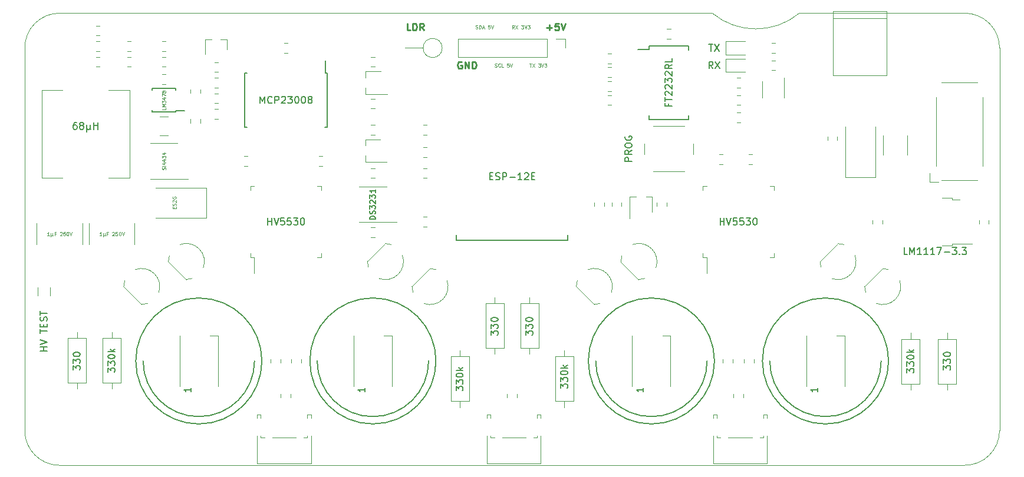
<source format=gto>
G04 #@! TF.GenerationSoftware,KiCad,Pcbnew,5.1.7+dfsg1-1*
G04 #@! TF.CreationDate,2021-01-19T22:48:43+01:00*
G04 #@! TF.ProjectId,Nixie_proj,4e697869-655f-4707-926f-6a2e6b696361,rev?*
G04 #@! TF.SameCoordinates,Original*
G04 #@! TF.FileFunction,Legend,Top*
G04 #@! TF.FilePolarity,Positive*
%FSLAX46Y46*%
G04 Gerber Fmt 4.6, Leading zero omitted, Abs format (unit mm)*
G04 Created by KiCad (PCBNEW 5.1.7+dfsg1-1) date 2021-01-19 22:48:43*
%MOMM*%
%LPD*%
G01*
G04 APERTURE LIST*
%ADD10C,0.125000*%
G04 #@! TA.AperFunction,Profile*
%ADD11C,0.100000*%
G04 #@! TD*
%ADD12C,0.250000*%
%ADD13C,0.120000*%
%ADD14C,0.127000*%
%ADD15C,0.152400*%
%ADD16C,0.150000*%
%ADD17C,0.200000*%
%ADD18C,0.100000*%
G04 APERTURE END LIST*
D10*
X107488095Y-57226190D02*
X107773809Y-57226190D01*
X107630952Y-57726190D02*
X107630952Y-57226190D01*
X107892857Y-57226190D02*
X108226190Y-57726190D01*
X108226190Y-57226190D02*
X107892857Y-57726190D01*
X108750000Y-57226190D02*
X109059523Y-57226190D01*
X108892857Y-57416666D01*
X108964285Y-57416666D01*
X109011904Y-57440476D01*
X109035714Y-57464285D01*
X109059523Y-57511904D01*
X109059523Y-57630952D01*
X109035714Y-57678571D01*
X109011904Y-57702380D01*
X108964285Y-57726190D01*
X108821428Y-57726190D01*
X108773809Y-57702380D01*
X108750000Y-57678571D01*
X109202380Y-57226190D02*
X109369047Y-57726190D01*
X109535714Y-57226190D01*
X109654761Y-57226190D02*
X109964285Y-57226190D01*
X109797619Y-57416666D01*
X109869047Y-57416666D01*
X109916666Y-57440476D01*
X109940476Y-57464285D01*
X109964285Y-57511904D01*
X109964285Y-57630952D01*
X109940476Y-57678571D01*
X109916666Y-57702380D01*
X109869047Y-57726190D01*
X109726190Y-57726190D01*
X109678571Y-57702380D01*
X109654761Y-57678571D01*
X105285714Y-52226190D02*
X105119047Y-51988095D01*
X105000000Y-52226190D02*
X105000000Y-51726190D01*
X105190476Y-51726190D01*
X105238095Y-51750000D01*
X105261904Y-51773809D01*
X105285714Y-51821428D01*
X105285714Y-51892857D01*
X105261904Y-51940476D01*
X105238095Y-51964285D01*
X105190476Y-51988095D01*
X105000000Y-51988095D01*
X105452380Y-51726190D02*
X105785714Y-52226190D01*
X105785714Y-51726190D02*
X105452380Y-52226190D01*
X106309523Y-51726190D02*
X106619047Y-51726190D01*
X106452380Y-51916666D01*
X106523809Y-51916666D01*
X106571428Y-51940476D01*
X106595238Y-51964285D01*
X106619047Y-52011904D01*
X106619047Y-52130952D01*
X106595238Y-52178571D01*
X106571428Y-52202380D01*
X106523809Y-52226190D01*
X106380952Y-52226190D01*
X106333333Y-52202380D01*
X106309523Y-52178571D01*
X106761904Y-51726190D02*
X106928571Y-52226190D01*
X107095238Y-51726190D01*
X107214285Y-51726190D02*
X107523809Y-51726190D01*
X107357142Y-51916666D01*
X107428571Y-51916666D01*
X107476190Y-51940476D01*
X107500000Y-51964285D01*
X107523809Y-52011904D01*
X107523809Y-52130952D01*
X107500000Y-52178571D01*
X107476190Y-52202380D01*
X107428571Y-52226190D01*
X107285714Y-52226190D01*
X107238095Y-52202380D01*
X107214285Y-52178571D01*
D11*
X146250000Y-50000000D02*
X170000000Y-50000000D01*
X146249999Y-49999999D02*
G75*
G02*
X133750001Y-49999999I-6249999J7499999D01*
G01*
D12*
X97738095Y-57000000D02*
X97642857Y-56952380D01*
X97500000Y-56952380D01*
X97357142Y-57000000D01*
X97261904Y-57095238D01*
X97214285Y-57190476D01*
X97166666Y-57380952D01*
X97166666Y-57523809D01*
X97214285Y-57714285D01*
X97261904Y-57809523D01*
X97357142Y-57904761D01*
X97500000Y-57952380D01*
X97595238Y-57952380D01*
X97738095Y-57904761D01*
X97785714Y-57857142D01*
X97785714Y-57523809D01*
X97595238Y-57523809D01*
X98214285Y-57952380D02*
X98214285Y-56952380D01*
X98785714Y-57952380D01*
X98785714Y-56952380D01*
X99261904Y-57952380D02*
X99261904Y-56952380D01*
X99500000Y-56952380D01*
X99642857Y-57000000D01*
X99738095Y-57095238D01*
X99785714Y-57190476D01*
X99833333Y-57380952D01*
X99833333Y-57523809D01*
X99785714Y-57714285D01*
X99738095Y-57809523D01*
X99642857Y-57904761D01*
X99500000Y-57952380D01*
X99261904Y-57952380D01*
X109964285Y-52071428D02*
X110726190Y-52071428D01*
X110345238Y-52452380D02*
X110345238Y-51690476D01*
X111678571Y-51452380D02*
X111202380Y-51452380D01*
X111154761Y-51928571D01*
X111202380Y-51880952D01*
X111297619Y-51833333D01*
X111535714Y-51833333D01*
X111630952Y-51880952D01*
X111678571Y-51928571D01*
X111726190Y-52023809D01*
X111726190Y-52261904D01*
X111678571Y-52357142D01*
X111630952Y-52404761D01*
X111535714Y-52452380D01*
X111297619Y-52452380D01*
X111202380Y-52404761D01*
X111154761Y-52357142D01*
X112011904Y-51452380D02*
X112345238Y-52452380D01*
X112678571Y-51452380D01*
D10*
X99750000Y-52202380D02*
X99821428Y-52226190D01*
X99940476Y-52226190D01*
X99988095Y-52202380D01*
X100011904Y-52178571D01*
X100035714Y-52130952D01*
X100035714Y-52083333D01*
X100011904Y-52035714D01*
X99988095Y-52011904D01*
X99940476Y-51988095D01*
X99845238Y-51964285D01*
X99797619Y-51940476D01*
X99773809Y-51916666D01*
X99750000Y-51869047D01*
X99750000Y-51821428D01*
X99773809Y-51773809D01*
X99797619Y-51750000D01*
X99845238Y-51726190D01*
X99964285Y-51726190D01*
X100035714Y-51750000D01*
X100250000Y-52226190D02*
X100250000Y-51726190D01*
X100369047Y-51726190D01*
X100440476Y-51750000D01*
X100488095Y-51797619D01*
X100511904Y-51845238D01*
X100535714Y-51940476D01*
X100535714Y-52011904D01*
X100511904Y-52107142D01*
X100488095Y-52154761D01*
X100440476Y-52202380D01*
X100369047Y-52226190D01*
X100250000Y-52226190D01*
X100726190Y-52083333D02*
X100964285Y-52083333D01*
X100678571Y-52226190D02*
X100845238Y-51726190D01*
X101011904Y-52226190D01*
X101797619Y-51726190D02*
X101559523Y-51726190D01*
X101535714Y-51964285D01*
X101559523Y-51940476D01*
X101607142Y-51916666D01*
X101726190Y-51916666D01*
X101773809Y-51940476D01*
X101797619Y-51964285D01*
X101821428Y-52011904D01*
X101821428Y-52130952D01*
X101797619Y-52178571D01*
X101773809Y-52202380D01*
X101726190Y-52226190D01*
X101607142Y-52226190D01*
X101559523Y-52202380D01*
X101535714Y-52178571D01*
X101964285Y-51726190D02*
X102130952Y-52226190D01*
X102297619Y-51726190D01*
X102511904Y-57702380D02*
X102583333Y-57726190D01*
X102702380Y-57726190D01*
X102750000Y-57702380D01*
X102773809Y-57678571D01*
X102797619Y-57630952D01*
X102797619Y-57583333D01*
X102773809Y-57535714D01*
X102750000Y-57511904D01*
X102702380Y-57488095D01*
X102607142Y-57464285D01*
X102559523Y-57440476D01*
X102535714Y-57416666D01*
X102511904Y-57369047D01*
X102511904Y-57321428D01*
X102535714Y-57273809D01*
X102559523Y-57250000D01*
X102607142Y-57226190D01*
X102726190Y-57226190D01*
X102797619Y-57250000D01*
X103297619Y-57678571D02*
X103273809Y-57702380D01*
X103202380Y-57726190D01*
X103154761Y-57726190D01*
X103083333Y-57702380D01*
X103035714Y-57654761D01*
X103011904Y-57607142D01*
X102988095Y-57511904D01*
X102988095Y-57440476D01*
X103011904Y-57345238D01*
X103035714Y-57297619D01*
X103083333Y-57250000D01*
X103154761Y-57226190D01*
X103202380Y-57226190D01*
X103273809Y-57250000D01*
X103297619Y-57273809D01*
X103750000Y-57726190D02*
X103511904Y-57726190D01*
X103511904Y-57226190D01*
X104535714Y-57226190D02*
X104297619Y-57226190D01*
X104273809Y-57464285D01*
X104297619Y-57440476D01*
X104345238Y-57416666D01*
X104464285Y-57416666D01*
X104511904Y-57440476D01*
X104535714Y-57464285D01*
X104559523Y-57511904D01*
X104559523Y-57630952D01*
X104535714Y-57678571D01*
X104511904Y-57702380D01*
X104464285Y-57726190D01*
X104345238Y-57726190D01*
X104297619Y-57702380D01*
X104273809Y-57678571D01*
X104702380Y-57226190D02*
X104869047Y-57726190D01*
X105035714Y-57226190D01*
D11*
X175000000Y-55000000D02*
G75*
G03*
X170000000Y-50000000I-5000000J0D01*
G01*
X170000000Y-115000000D02*
G75*
G03*
X175000000Y-110000000I0J5000000D01*
G01*
X35000000Y-110000000D02*
G75*
G03*
X40000000Y-115000000I5000000J0D01*
G01*
X40000000Y-50000000D02*
G75*
G03*
X35000000Y-55000000I0J-5000000D01*
G01*
X170000000Y-115000000D02*
X40000000Y-115000000D01*
X175000000Y-55000000D02*
X175000000Y-110000000D01*
X40000000Y-50000000D02*
X133750000Y-50000000D01*
X35000000Y-110000000D02*
X35000000Y-55000000D01*
D13*
X97260000Y-53670000D02*
X97260000Y-56330000D01*
X110020000Y-53670000D02*
X97260000Y-53670000D01*
X110020000Y-56330000D02*
X97260000Y-56330000D01*
X110020000Y-53670000D02*
X110020000Y-56330000D01*
X111290000Y-53670000D02*
X112620000Y-53670000D01*
X112620000Y-53670000D02*
X112620000Y-55000000D01*
X140950000Y-59800000D02*
X140950000Y-62200000D01*
X144050000Y-62200000D02*
X144050000Y-59250000D01*
X47050000Y-61100000D02*
X50050000Y-61100000D01*
X50050000Y-61100000D02*
X50050000Y-73700000D01*
X50050000Y-73700000D02*
X47050000Y-73700000D01*
X40450000Y-73700000D02*
X37450000Y-73700000D01*
X37450000Y-73700000D02*
X37450000Y-61100000D01*
X37450000Y-61100000D02*
X40450000Y-61100000D01*
X58790000Y-65761252D02*
X58790000Y-65238748D01*
X60210000Y-65761252D02*
X60210000Y-65238748D01*
X62761252Y-65210000D02*
X62238748Y-65210000D01*
X62761252Y-63790000D02*
X62238748Y-63790000D01*
X67965000Y-85110000D02*
X67965000Y-87425000D01*
X67390000Y-85110000D02*
X67965000Y-85110000D01*
X67390000Y-84535000D02*
X67390000Y-85110000D01*
X67390000Y-74890000D02*
X67965000Y-74890000D01*
X67390000Y-75465000D02*
X67390000Y-74890000D01*
X77610000Y-85110000D02*
X77035000Y-85110000D01*
X77610000Y-84535000D02*
X77610000Y-85110000D01*
X77610000Y-74890000D02*
X77035000Y-74890000D01*
X77610000Y-75465000D02*
X77610000Y-74890000D01*
X132965000Y-85110000D02*
X132965000Y-87425000D01*
X132390000Y-85110000D02*
X132965000Y-85110000D01*
X132390000Y-84535000D02*
X132390000Y-85110000D01*
X132390000Y-74890000D02*
X132965000Y-74890000D01*
X132390000Y-75465000D02*
X132390000Y-74890000D01*
X142610000Y-85110000D02*
X142035000Y-85110000D01*
X142610000Y-84535000D02*
X142610000Y-85110000D01*
X142610000Y-74890000D02*
X142035000Y-74890000D01*
X142610000Y-75465000D02*
X142610000Y-74890000D01*
X94950000Y-55000000D02*
G75*
G03*
X94950000Y-55000000I-1370000J0D01*
G01*
X92210000Y-55000000D02*
X89600000Y-55000000D01*
X86075000Y-68135384D02*
X83925000Y-68135384D01*
X87000000Y-71355384D02*
X83925000Y-71355384D01*
X83925000Y-71345384D02*
X83925000Y-70445384D01*
X83925000Y-69045384D02*
X83925000Y-68135384D01*
D14*
X69055300Y-100000000D02*
G75*
G03*
X69055300Y-100000000I-9055300J0D01*
G01*
X52000000Y-100000000D02*
G75*
G03*
X68000000Y-100000000I8000000J0D01*
G01*
D13*
X55623009Y-85739305D02*
X58168594Y-88284889D01*
X55766566Y-84854439D02*
G75*
G03*
X55623009Y-85739305I2437383J-849510D01*
G01*
X57314697Y-83260748D02*
G75*
G02*
X60042427Y-83865472I889252J-2443201D01*
G01*
X60647150Y-86593202D02*
G75*
G03*
X60042427Y-83865472I-2443201J889253D01*
G01*
X59053460Y-88141331D02*
G75*
G02*
X58168594Y-88284889I-849511J2437382D01*
G01*
X158790000Y-50750000D02*
X151090000Y-50750000D01*
X158790000Y-49750000D02*
X151090000Y-49750000D01*
X151090000Y-49750000D02*
X151090000Y-58950000D01*
X151090000Y-58950000D02*
X158790000Y-58950000D01*
X158790000Y-58950000D02*
X158790000Y-49750000D01*
X49215111Y-89331407D02*
X51760696Y-91876991D01*
X49358668Y-88446541D02*
G75*
G03*
X49215111Y-89331407I2437383J-849510D01*
G01*
X50906799Y-86852850D02*
G75*
G02*
X53634529Y-87457574I889252J-2443201D01*
G01*
X54239252Y-90185304D02*
G75*
G03*
X53634529Y-87457574I-2443201J889253D01*
G01*
X52645562Y-91733433D02*
G75*
G02*
X51760696Y-91876991I-849511J2437382D01*
G01*
X93168593Y-86715111D02*
X90623009Y-89260696D01*
X94053459Y-86858668D02*
G75*
G03*
X93168593Y-86715111I-849510J-2437383D01*
G01*
X95647150Y-88406799D02*
G75*
G02*
X95042426Y-91134529I-2443201J-889252D01*
G01*
X92314696Y-91739252D02*
G75*
G03*
X95042426Y-91134529I889253J2443201D01*
G01*
X90766567Y-90145562D02*
G75*
G02*
X90623009Y-89260696I2437382J849511D01*
G01*
X86760695Y-83123009D02*
X84215111Y-85668594D01*
X87645561Y-83266566D02*
G75*
G03*
X86760695Y-83123009I-849510J-2437383D01*
G01*
X89239252Y-84814697D02*
G75*
G02*
X88634528Y-87542427I-2443201J-889252D01*
G01*
X85906798Y-88147150D02*
G75*
G03*
X88634528Y-87542427I889253J2443201D01*
G01*
X84358669Y-86553460D02*
G75*
G02*
X84215111Y-85668594I2437382J849511D01*
G01*
X114215111Y-89331407D02*
X116760696Y-91876991D01*
X114358668Y-88446541D02*
G75*
G03*
X114215111Y-89331407I2437383J-849510D01*
G01*
X115906799Y-86852850D02*
G75*
G02*
X118634529Y-87457574I889252J-2443201D01*
G01*
X119239252Y-90185304D02*
G75*
G03*
X118634529Y-87457574I-2443201J889253D01*
G01*
X117645562Y-91733433D02*
G75*
G02*
X116760696Y-91876991I-849511J2437382D01*
G01*
X120623009Y-85739305D02*
X123168594Y-88284889D01*
X120766566Y-84854439D02*
G75*
G03*
X120623009Y-85739305I2437383J-849510D01*
G01*
X122314697Y-83260748D02*
G75*
G02*
X125042427Y-83865472I889252J-2443201D01*
G01*
X125647150Y-86593202D02*
G75*
G03*
X125042427Y-83865472I-2443201J889253D01*
G01*
X124053460Y-88141331D02*
G75*
G02*
X123168594Y-88284889I-849511J2437382D01*
G01*
X158168593Y-86715111D02*
X155623009Y-89260696D01*
X159053459Y-86858668D02*
G75*
G03*
X158168593Y-86715111I-849510J-2437383D01*
G01*
X160647150Y-88406799D02*
G75*
G02*
X160042426Y-91134529I-2443201J-889252D01*
G01*
X157314696Y-91739252D02*
G75*
G03*
X160042426Y-91134529I889253J2443201D01*
G01*
X155766567Y-90145562D02*
G75*
G02*
X155623009Y-89260696I2437382J849511D01*
G01*
X151760695Y-83123009D02*
X149215111Y-85668594D01*
X152645561Y-83266566D02*
G75*
G03*
X151760695Y-83123009I-849510J-2437383D01*
G01*
X154239252Y-84814697D02*
G75*
G02*
X153634528Y-87542427I-2443201J-889252D01*
G01*
X150906798Y-88147150D02*
G75*
G03*
X153634528Y-87542427I889253J2443201D01*
G01*
X149358669Y-86553460D02*
G75*
G02*
X149215111Y-85668594I2437382J849511D01*
G01*
X48810000Y-96710000D02*
X46190000Y-96710000D01*
X46190000Y-96710000D02*
X46190000Y-103130000D01*
X46190000Y-103130000D02*
X48810000Y-103130000D01*
X48810000Y-103130000D02*
X48810000Y-96710000D01*
X47500000Y-95820000D02*
X47500000Y-96710000D01*
X47500000Y-104020000D02*
X47500000Y-103130000D01*
X41190000Y-103130000D02*
X43810000Y-103130000D01*
X43810000Y-103130000D02*
X43810000Y-96710000D01*
X43810000Y-96710000D02*
X41190000Y-96710000D01*
X41190000Y-96710000D02*
X41190000Y-103130000D01*
X42500000Y-104020000D02*
X42500000Y-103130000D01*
X42500000Y-95820000D02*
X42500000Y-96710000D01*
X98810000Y-99370000D02*
X96190000Y-99370000D01*
X96190000Y-99370000D02*
X96190000Y-105790000D01*
X96190000Y-105790000D02*
X98810000Y-105790000D01*
X98810000Y-105790000D02*
X98810000Y-99370000D01*
X97500000Y-98480000D02*
X97500000Y-99370000D01*
X97500000Y-106680000D02*
X97500000Y-105790000D01*
X101190000Y-98130000D02*
X103810000Y-98130000D01*
X103810000Y-98130000D02*
X103810000Y-91710000D01*
X103810000Y-91710000D02*
X101190000Y-91710000D01*
X101190000Y-91710000D02*
X101190000Y-98130000D01*
X102500000Y-99020000D02*
X102500000Y-98130000D01*
X102500000Y-90820000D02*
X102500000Y-91710000D01*
X113810000Y-99370000D02*
X111190000Y-99370000D01*
X111190000Y-99370000D02*
X111190000Y-105790000D01*
X111190000Y-105790000D02*
X113810000Y-105790000D01*
X113810000Y-105790000D02*
X113810000Y-99370000D01*
X112500000Y-98480000D02*
X112500000Y-99370000D01*
X112500000Y-106680000D02*
X112500000Y-105790000D01*
X106190000Y-98130000D02*
X108810000Y-98130000D01*
X108810000Y-98130000D02*
X108810000Y-91710000D01*
X108810000Y-91710000D02*
X106190000Y-91710000D01*
X106190000Y-91710000D02*
X106190000Y-98130000D01*
X107500000Y-99020000D02*
X107500000Y-98130000D01*
X107500000Y-90820000D02*
X107500000Y-91710000D01*
X163560000Y-96870000D02*
X160940000Y-96870000D01*
X160940000Y-96870000D02*
X160940000Y-103290000D01*
X160940000Y-103290000D02*
X163560000Y-103290000D01*
X163560000Y-103290000D02*
X163560000Y-96870000D01*
X162250000Y-95980000D02*
X162250000Y-96870000D01*
X162250000Y-104180000D02*
X162250000Y-103290000D01*
X166190000Y-103290000D02*
X168810000Y-103290000D01*
X168810000Y-103290000D02*
X168810000Y-96870000D01*
X168810000Y-96870000D02*
X166190000Y-96870000D01*
X166190000Y-96870000D02*
X166190000Y-103290000D01*
X167500000Y-104180000D02*
X167500000Y-103290000D01*
X167500000Y-95980000D02*
X167500000Y-96870000D01*
D14*
X94055300Y-100000000D02*
G75*
G03*
X94055300Y-100000000I-9055300J0D01*
G01*
X77000000Y-100000000D02*
G75*
G03*
X93000000Y-100000000I8000000J0D01*
G01*
X134055300Y-100000000D02*
G75*
G03*
X134055300Y-100000000I-9055300J0D01*
G01*
X117000000Y-100000000D02*
G75*
G03*
X133000000Y-100000000I8000000J0D01*
G01*
X159055300Y-100000000D02*
G75*
G03*
X159055300Y-100000000I-9055300J0D01*
G01*
X142000000Y-100000000D02*
G75*
G03*
X158000000Y-100000000I8000000J0D01*
G01*
D15*
X96994000Y-81859000D02*
X96994000Y-82621000D01*
X96994000Y-82621000D02*
X112996000Y-82621000D01*
X112996000Y-82621000D02*
X112996000Y-81859000D01*
D13*
X138988748Y-71710000D02*
X139511252Y-71710000D01*
X138988748Y-70290000D02*
X139511252Y-70290000D01*
X151710000Y-68261252D02*
X151710000Y-67738748D01*
X150290000Y-68261252D02*
X150290000Y-67738748D01*
X45238748Y-57710000D02*
X45761252Y-57710000D01*
X45238748Y-56290000D02*
X45761252Y-56290000D01*
X173460000Y-79738748D02*
X173460000Y-80261252D01*
X172040000Y-79738748D02*
X172040000Y-80261252D01*
X156790000Y-79738748D02*
X156790000Y-80261252D01*
X158210000Y-79738748D02*
X158210000Y-80261252D01*
X70290000Y-100261252D02*
X70290000Y-99738748D01*
X71710000Y-100261252D02*
X71710000Y-99738748D01*
X74710000Y-100261252D02*
X74710000Y-99738748D01*
X73290000Y-100261252D02*
X73290000Y-99738748D01*
X135290000Y-100261252D02*
X135290000Y-99738748D01*
X136710000Y-100261252D02*
X136710000Y-99738748D01*
X92761252Y-79290000D02*
X92238748Y-79290000D01*
X92761252Y-80710000D02*
X92238748Y-80710000D01*
X137238748Y-65710000D02*
X137761252Y-65710000D01*
X137238748Y-64290000D02*
X137761252Y-64290000D01*
X138290000Y-100261252D02*
X138290000Y-99738748D01*
X139710000Y-100261252D02*
X139710000Y-99738748D01*
X127761252Y-53710000D02*
X127238748Y-53710000D01*
X127761252Y-52290000D02*
X127238748Y-52290000D01*
X77238748Y-70540000D02*
X77761252Y-70540000D01*
X77238748Y-71960000D02*
X77761252Y-71960000D01*
X84738748Y-82210000D02*
X85261252Y-82210000D01*
X84738748Y-80790000D02*
X85261252Y-80790000D01*
X67011252Y-71960000D02*
X66488748Y-71960000D01*
X67011252Y-70540000D02*
X66488748Y-70540000D01*
X57250000Y-103650000D02*
X57250000Y-96350000D01*
X62750000Y-103650000D02*
X62750000Y-96350000D01*
X62750000Y-96350000D02*
X61600000Y-96350000D01*
X87750000Y-96350000D02*
X86600000Y-96350000D01*
X87750000Y-103650000D02*
X87750000Y-96350000D01*
X82250000Y-103650000D02*
X82250000Y-96350000D01*
X122250000Y-103650000D02*
X122250000Y-96350000D01*
X127750000Y-103650000D02*
X127750000Y-96350000D01*
X127750000Y-96350000D02*
X126600000Y-96350000D01*
X152750000Y-96350000D02*
X151600000Y-96350000D01*
X152750000Y-103650000D02*
X152750000Y-96350000D01*
X147250000Y-103650000D02*
X147250000Y-96350000D01*
X124200000Y-76425000D02*
X125110000Y-76425000D01*
X121900000Y-76425000D02*
X122800000Y-76425000D01*
X121890000Y-79500000D02*
X121890000Y-76425000D01*
X125110000Y-78575000D02*
X125110000Y-76425000D01*
X83971574Y-59300000D02*
X83971574Y-58390000D01*
X83971574Y-61600000D02*
X83971574Y-60700000D01*
X87046574Y-61610000D02*
X83971574Y-61610000D01*
X86121574Y-58390000D02*
X83971574Y-58390000D01*
X49738748Y-54040000D02*
X50261252Y-54040000D01*
X49738748Y-55460000D02*
X50261252Y-55460000D01*
X50261252Y-56290000D02*
X49738748Y-56290000D01*
X50261252Y-57710000D02*
X49738748Y-57710000D01*
X136790000Y-105261252D02*
X136790000Y-104738748D01*
X138210000Y-105261252D02*
X138210000Y-104738748D01*
X105710000Y-105261252D02*
X105710000Y-104738748D01*
X104290000Y-105261252D02*
X104290000Y-104738748D01*
X71790000Y-105261252D02*
X71790000Y-104738748D01*
X73210000Y-105261252D02*
X73210000Y-104738748D01*
X137238748Y-61790000D02*
X137761252Y-61790000D01*
X137238748Y-63210000D02*
X137761252Y-63210000D01*
X137238748Y-60710000D02*
X137761252Y-60710000D01*
X137238748Y-59290000D02*
X137761252Y-59290000D01*
X118738748Y-57210000D02*
X119261252Y-57210000D01*
X118738748Y-55790000D02*
X119261252Y-55790000D01*
X118738748Y-61790000D02*
X119261252Y-61790000D01*
X118738748Y-63210000D02*
X119261252Y-63210000D01*
X142761252Y-54290000D02*
X142238748Y-54290000D01*
X142761252Y-55710000D02*
X142238748Y-55710000D01*
X142761252Y-58210000D02*
X142238748Y-58210000D01*
X142761252Y-56790000D02*
X142238748Y-56790000D01*
X119290000Y-77761252D02*
X119290000Y-77238748D01*
X120710000Y-77761252D02*
X120710000Y-77238748D01*
X125790000Y-77238748D02*
X125790000Y-77761252D01*
X127210000Y-77238748D02*
X127210000Y-77761252D01*
X84738748Y-66040000D02*
X85261252Y-66040000D01*
X84738748Y-67460000D02*
X85261252Y-67460000D01*
X84738748Y-57710000D02*
X85261252Y-57710000D01*
X84738748Y-56290000D02*
X85261252Y-56290000D01*
X92238748Y-69290000D02*
X92761252Y-69290000D01*
X92238748Y-70710000D02*
X92761252Y-70710000D01*
X85261252Y-63710000D02*
X84738748Y-63710000D01*
X85261252Y-62290000D02*
X84738748Y-62290000D01*
X85261252Y-72290000D02*
X84738748Y-72290000D01*
X85261252Y-73710000D02*
X84738748Y-73710000D01*
X92238748Y-72290000D02*
X92761252Y-72290000D01*
X92238748Y-73710000D02*
X92761252Y-73710000D01*
X92238748Y-67460000D02*
X92761252Y-67460000D01*
X92238748Y-66040000D02*
X92761252Y-66040000D01*
X118210000Y-77761252D02*
X118210000Y-77238748D01*
X116790000Y-77761252D02*
X116790000Y-77238748D01*
X72761252Y-54290000D02*
X72238748Y-54290000D01*
X72761252Y-55710000D02*
X72238748Y-55710000D01*
X55602064Y-67610000D02*
X54397936Y-67610000D01*
X55602064Y-64890000D02*
X54397936Y-64890000D01*
X45238748Y-54040000D02*
X45761252Y-54040000D01*
X45238748Y-55460000D02*
X45761252Y-55460000D01*
X152850000Y-73600000D02*
X157150000Y-73600000D01*
X157150000Y-73600000D02*
X157150000Y-66300000D01*
X152850000Y-73600000D02*
X152850000Y-66300000D01*
X158290000Y-70386252D02*
X158290000Y-67613748D01*
X161710000Y-70386252D02*
X161710000Y-67613748D01*
X45238748Y-53210000D02*
X45761252Y-53210000D01*
X45238748Y-51790000D02*
X45761252Y-51790000D01*
X55000000Y-68690000D02*
X53050000Y-68690000D01*
X55000000Y-68690000D02*
X56950000Y-68690000D01*
X55000000Y-73810000D02*
X53050000Y-73810000D01*
X55000000Y-73810000D02*
X58450000Y-73810000D01*
X85000000Y-74940000D02*
X83050000Y-74940000D01*
X85000000Y-74940000D02*
X86950000Y-74940000D01*
X85000000Y-80060000D02*
X83050000Y-80060000D01*
X85000000Y-80060000D02*
X88450000Y-80060000D01*
X62238748Y-61540000D02*
X62761252Y-61540000D01*
X62238748Y-62960000D02*
X62761252Y-62960000D01*
X61100000Y-79400000D02*
X61100000Y-75100000D01*
X61100000Y-75100000D02*
X53800000Y-75100000D01*
X61100000Y-79400000D02*
X53800000Y-79400000D01*
X138500000Y-54040000D02*
X135640000Y-54040000D01*
X135640000Y-54040000D02*
X135640000Y-55960000D01*
X135640000Y-55960000D02*
X138500000Y-55960000D01*
X135640000Y-58460000D02*
X138500000Y-58460000D01*
X135640000Y-56540000D02*
X135640000Y-58460000D01*
X138500000Y-56540000D02*
X135640000Y-56540000D01*
X135261252Y-71710000D02*
X134738748Y-71710000D01*
X135261252Y-70290000D02*
X134738748Y-70290000D01*
X129750000Y-66250000D02*
X125250000Y-66250000D01*
X131000000Y-70250000D02*
X131000000Y-68750000D01*
X125250000Y-72750000D02*
X129750000Y-72750000D01*
X124000000Y-68750000D02*
X124000000Y-70250000D01*
X141090000Y-111030000D02*
X141090000Y-110800000D01*
X141610000Y-114700000D02*
X133890000Y-114700000D01*
X133890000Y-114700000D02*
X133890000Y-110800000D01*
X141610000Y-107690000D02*
X141090000Y-107690000D01*
X141610000Y-114700000D02*
X141610000Y-110800000D01*
X134410000Y-111030000D02*
X134410000Y-110800000D01*
X141090000Y-108200000D02*
X141090000Y-107690000D01*
X141610000Y-108200000D02*
X141610000Y-107690000D01*
X134950000Y-111030000D02*
X134410000Y-111030000D01*
X134410000Y-108200000D02*
X134410000Y-107690000D01*
X134410000Y-107690000D02*
X133890000Y-107690000D01*
X133890000Y-108200000D02*
X133890000Y-107690000D01*
X141090000Y-111030000D02*
X140550000Y-111030000D01*
X139450000Y-111030000D02*
X136050000Y-111030000D01*
X106950000Y-111030000D02*
X103550000Y-111030000D01*
X108590000Y-111030000D02*
X108050000Y-111030000D01*
X101390000Y-108200000D02*
X101390000Y-107690000D01*
X101910000Y-107690000D02*
X101390000Y-107690000D01*
X101910000Y-108200000D02*
X101910000Y-107690000D01*
X102450000Y-111030000D02*
X101910000Y-111030000D01*
X109110000Y-108200000D02*
X109110000Y-107690000D01*
X108590000Y-108200000D02*
X108590000Y-107690000D01*
X101910000Y-111030000D02*
X101910000Y-110800000D01*
X109110000Y-114700000D02*
X109110000Y-110800000D01*
X109110000Y-107690000D02*
X108590000Y-107690000D01*
X101390000Y-114700000D02*
X101390000Y-110800000D01*
X109110000Y-114700000D02*
X101390000Y-114700000D01*
X108590000Y-111030000D02*
X108590000Y-110800000D01*
X75590000Y-111030000D02*
X75590000Y-110800000D01*
X76110000Y-114700000D02*
X68390000Y-114700000D01*
X68390000Y-114700000D02*
X68390000Y-110800000D01*
X76110000Y-107690000D02*
X75590000Y-107690000D01*
X76110000Y-114700000D02*
X76110000Y-110800000D01*
X68910000Y-111030000D02*
X68910000Y-110800000D01*
X75590000Y-108200000D02*
X75590000Y-107690000D01*
X76110000Y-108200000D02*
X76110000Y-107690000D01*
X69450000Y-111030000D02*
X68910000Y-111030000D01*
X68910000Y-108200000D02*
X68910000Y-107690000D01*
X68910000Y-107690000D02*
X68390000Y-107690000D01*
X68390000Y-108200000D02*
X68390000Y-107690000D01*
X75590000Y-111030000D02*
X75050000Y-111030000D01*
X73950000Y-111030000D02*
X70550000Y-111030000D01*
X36840000Y-90602064D02*
X36840000Y-89397936D01*
X38660000Y-90602064D02*
X38660000Y-89397936D01*
D16*
X124625000Y-54675000D02*
X124625000Y-55250000D01*
X130375000Y-54675000D02*
X130375000Y-55325000D01*
X130375000Y-65325000D02*
X130375000Y-64675000D01*
X124625000Y-65325000D02*
X124625000Y-64675000D01*
X124625000Y-54675000D02*
X130375000Y-54675000D01*
X124625000Y-65325000D02*
X130375000Y-65325000D01*
X124625000Y-55250000D02*
X123025000Y-55250000D01*
D13*
X119261252Y-61210000D02*
X118738748Y-61210000D01*
X119261252Y-59790000D02*
X118738748Y-59790000D01*
X119261252Y-57790000D02*
X118738748Y-57790000D01*
X119261252Y-59210000D02*
X118738748Y-59210000D01*
X166720000Y-83450000D02*
X168220000Y-83450000D01*
X168220000Y-83450000D02*
X168220000Y-83180000D01*
X168220000Y-83180000D02*
X171050000Y-83180000D01*
X166720000Y-76550000D02*
X168220000Y-76550000D01*
X168220000Y-76550000D02*
X168220000Y-76820000D01*
X168220000Y-76820000D02*
X169320000Y-76820000D01*
X58790000Y-61511252D02*
X58790000Y-60988748D01*
X60210000Y-61511252D02*
X60210000Y-60988748D01*
X64080000Y-53740000D02*
X63150000Y-53740000D01*
X60920000Y-53740000D02*
X61850000Y-53740000D01*
X60920000Y-53740000D02*
X60920000Y-55900000D01*
X64080000Y-53740000D02*
X64080000Y-55200000D01*
X62761252Y-59290000D02*
X62238748Y-59290000D01*
X62761252Y-60710000D02*
X62238748Y-60710000D01*
X62761252Y-57040000D02*
X62238748Y-57040000D01*
X62761252Y-58460000D02*
X62238748Y-58460000D01*
X55261252Y-55460000D02*
X54738748Y-55460000D01*
X55261252Y-54040000D02*
X54738748Y-54040000D01*
X54738748Y-56290000D02*
X55261252Y-56290000D01*
X54738748Y-57710000D02*
X55261252Y-57710000D01*
X164950000Y-74300000D02*
X164950000Y-73000000D01*
X166250000Y-74300000D02*
X164950000Y-74300000D01*
X172600000Y-62050000D02*
X172600000Y-71950000D01*
X165900000Y-71950000D02*
X165900000Y-62050000D01*
X171850000Y-74000000D02*
X166650000Y-74000000D01*
X166650000Y-60000000D02*
X171850000Y-60000000D01*
X36715000Y-80227631D02*
X36715000Y-83272369D01*
X43285000Y-80227631D02*
X43285000Y-83272369D01*
X50785000Y-80227631D02*
X50785000Y-83272369D01*
X44215000Y-80227631D02*
X44215000Y-83272369D01*
X55261252Y-60210000D02*
X54738748Y-60210000D01*
X55261252Y-58790000D02*
X54738748Y-58790000D01*
D16*
X78450000Y-58625000D02*
X78200000Y-58625000D01*
X78450000Y-66375000D02*
X78105000Y-66375000D01*
X66550000Y-66375000D02*
X66895000Y-66375000D01*
X66550000Y-58625000D02*
X66895000Y-58625000D01*
X78450000Y-58625000D02*
X78450000Y-66375000D01*
X66550000Y-58625000D02*
X66550000Y-66375000D01*
X78200000Y-58625000D02*
X78200000Y-56800000D01*
X56675000Y-64175000D02*
X56675000Y-64000000D01*
X53325000Y-64175000D02*
X53325000Y-63925000D01*
X53325000Y-60825000D02*
X53325000Y-61075000D01*
X56675000Y-60825000D02*
X56675000Y-61075000D01*
X56675000Y-64175000D02*
X53325000Y-64175000D01*
X56675000Y-60825000D02*
X53325000Y-60825000D01*
X56675000Y-64000000D02*
X57925000Y-64000000D01*
D17*
X42416666Y-65702380D02*
X42226190Y-65702380D01*
X42130952Y-65750000D01*
X42083333Y-65797619D01*
X41988095Y-65940476D01*
X41940476Y-66130952D01*
X41940476Y-66511904D01*
X41988095Y-66607142D01*
X42035714Y-66654761D01*
X42130952Y-66702380D01*
X42321428Y-66702380D01*
X42416666Y-66654761D01*
X42464285Y-66607142D01*
X42511904Y-66511904D01*
X42511904Y-66273809D01*
X42464285Y-66178571D01*
X42416666Y-66130952D01*
X42321428Y-66083333D01*
X42130952Y-66083333D01*
X42035714Y-66130952D01*
X41988095Y-66178571D01*
X41940476Y-66273809D01*
X43083333Y-66130952D02*
X42988095Y-66083333D01*
X42940476Y-66035714D01*
X42892857Y-65940476D01*
X42892857Y-65892857D01*
X42940476Y-65797619D01*
X42988095Y-65750000D01*
X43083333Y-65702380D01*
X43273809Y-65702380D01*
X43369047Y-65750000D01*
X43416666Y-65797619D01*
X43464285Y-65892857D01*
X43464285Y-65940476D01*
X43416666Y-66035714D01*
X43369047Y-66083333D01*
X43273809Y-66130952D01*
X43083333Y-66130952D01*
X42988095Y-66178571D01*
X42940476Y-66226190D01*
X42892857Y-66321428D01*
X42892857Y-66511904D01*
X42940476Y-66607142D01*
X42988095Y-66654761D01*
X43083333Y-66702380D01*
X43273809Y-66702380D01*
X43369047Y-66654761D01*
X43416666Y-66607142D01*
X43464285Y-66511904D01*
X43464285Y-66321428D01*
X43416666Y-66226190D01*
X43369047Y-66178571D01*
X43273809Y-66130952D01*
X43892857Y-66035714D02*
X43892857Y-67035714D01*
X44369047Y-66559523D02*
X44416666Y-66654761D01*
X44511904Y-66702380D01*
X43892857Y-66559523D02*
X43940476Y-66654761D01*
X44035714Y-66702380D01*
X44226190Y-66702380D01*
X44321428Y-66654761D01*
X44369047Y-66559523D01*
X44369047Y-66035714D01*
X44940476Y-66702380D02*
X44940476Y-65702380D01*
X44940476Y-66178571D02*
X45511904Y-66178571D01*
X45511904Y-66702380D02*
X45511904Y-65702380D01*
X69880952Y-80452380D02*
X69880952Y-79452380D01*
X69880952Y-79928571D02*
X70452380Y-79928571D01*
X70452380Y-80452380D02*
X70452380Y-79452380D01*
X70785714Y-79452380D02*
X71119047Y-80452380D01*
X71452380Y-79452380D01*
X72261904Y-79452380D02*
X71785714Y-79452380D01*
X71738095Y-79928571D01*
X71785714Y-79880952D01*
X71880952Y-79833333D01*
X72119047Y-79833333D01*
X72214285Y-79880952D01*
X72261904Y-79928571D01*
X72309523Y-80023809D01*
X72309523Y-80261904D01*
X72261904Y-80357142D01*
X72214285Y-80404761D01*
X72119047Y-80452380D01*
X71880952Y-80452380D01*
X71785714Y-80404761D01*
X71738095Y-80357142D01*
X73214285Y-79452380D02*
X72738095Y-79452380D01*
X72690476Y-79928571D01*
X72738095Y-79880952D01*
X72833333Y-79833333D01*
X73071428Y-79833333D01*
X73166666Y-79880952D01*
X73214285Y-79928571D01*
X73261904Y-80023809D01*
X73261904Y-80261904D01*
X73214285Y-80357142D01*
X73166666Y-80404761D01*
X73071428Y-80452380D01*
X72833333Y-80452380D01*
X72738095Y-80404761D01*
X72690476Y-80357142D01*
X73595238Y-79452380D02*
X74214285Y-79452380D01*
X73880952Y-79833333D01*
X74023809Y-79833333D01*
X74119047Y-79880952D01*
X74166666Y-79928571D01*
X74214285Y-80023809D01*
X74214285Y-80261904D01*
X74166666Y-80357142D01*
X74119047Y-80404761D01*
X74023809Y-80452380D01*
X73738095Y-80452380D01*
X73642857Y-80404761D01*
X73595238Y-80357142D01*
X74833333Y-79452380D02*
X74928571Y-79452380D01*
X75023809Y-79500000D01*
X75071428Y-79547619D01*
X75119047Y-79642857D01*
X75166666Y-79833333D01*
X75166666Y-80071428D01*
X75119047Y-80261904D01*
X75071428Y-80357142D01*
X75023809Y-80404761D01*
X74928571Y-80452380D01*
X74833333Y-80452380D01*
X74738095Y-80404761D01*
X74690476Y-80357142D01*
X74642857Y-80261904D01*
X74595238Y-80071428D01*
X74595238Y-79833333D01*
X74642857Y-79642857D01*
X74690476Y-79547619D01*
X74738095Y-79500000D01*
X74833333Y-79452380D01*
X134880952Y-80452380D02*
X134880952Y-79452380D01*
X134880952Y-79928571D02*
X135452380Y-79928571D01*
X135452380Y-80452380D02*
X135452380Y-79452380D01*
X135785714Y-79452380D02*
X136119047Y-80452380D01*
X136452380Y-79452380D01*
X137261904Y-79452380D02*
X136785714Y-79452380D01*
X136738095Y-79928571D01*
X136785714Y-79880952D01*
X136880952Y-79833333D01*
X137119047Y-79833333D01*
X137214285Y-79880952D01*
X137261904Y-79928571D01*
X137309523Y-80023809D01*
X137309523Y-80261904D01*
X137261904Y-80357142D01*
X137214285Y-80404761D01*
X137119047Y-80452380D01*
X136880952Y-80452380D01*
X136785714Y-80404761D01*
X136738095Y-80357142D01*
X138214285Y-79452380D02*
X137738095Y-79452380D01*
X137690476Y-79928571D01*
X137738095Y-79880952D01*
X137833333Y-79833333D01*
X138071428Y-79833333D01*
X138166666Y-79880952D01*
X138214285Y-79928571D01*
X138261904Y-80023809D01*
X138261904Y-80261904D01*
X138214285Y-80357142D01*
X138166666Y-80404761D01*
X138071428Y-80452380D01*
X137833333Y-80452380D01*
X137738095Y-80404761D01*
X137690476Y-80357142D01*
X138595238Y-79452380D02*
X139214285Y-79452380D01*
X138880952Y-79833333D01*
X139023809Y-79833333D01*
X139119047Y-79880952D01*
X139166666Y-79928571D01*
X139214285Y-80023809D01*
X139214285Y-80261904D01*
X139166666Y-80357142D01*
X139119047Y-80404761D01*
X139023809Y-80452380D01*
X138738095Y-80452380D01*
X138642857Y-80404761D01*
X138595238Y-80357142D01*
X139833333Y-79452380D02*
X139928571Y-79452380D01*
X140023809Y-79500000D01*
X140071428Y-79547619D01*
X140119047Y-79642857D01*
X140166666Y-79833333D01*
X140166666Y-80071428D01*
X140119047Y-80261904D01*
X140071428Y-80357142D01*
X140023809Y-80404761D01*
X139928571Y-80452380D01*
X139833333Y-80452380D01*
X139738095Y-80404761D01*
X139690476Y-80357142D01*
X139642857Y-80261904D01*
X139595238Y-80071428D01*
X139595238Y-79833333D01*
X139642857Y-79642857D01*
X139690476Y-79547619D01*
X139738095Y-79500000D01*
X139833333Y-79452380D01*
D12*
X90389523Y-52452380D02*
X89913333Y-52452380D01*
X89913333Y-51452380D01*
X90722857Y-52452380D02*
X90722857Y-51452380D01*
X90960952Y-51452380D01*
X91103809Y-51500000D01*
X91199047Y-51595238D01*
X91246666Y-51690476D01*
X91294285Y-51880952D01*
X91294285Y-52023809D01*
X91246666Y-52214285D01*
X91199047Y-52309523D01*
X91103809Y-52404761D01*
X90960952Y-52452380D01*
X90722857Y-52452380D01*
X92294285Y-52452380D02*
X91960952Y-51976190D01*
X91722857Y-52452380D02*
X91722857Y-51452380D01*
X92103809Y-51452380D01*
X92199047Y-51500000D01*
X92246666Y-51547619D01*
X92294285Y-51642857D01*
X92294285Y-51785714D01*
X92246666Y-51880952D01*
X92199047Y-51928571D01*
X92103809Y-51976190D01*
X91722857Y-51976190D01*
D17*
X46952380Y-101610476D02*
X46952380Y-100991428D01*
X47333333Y-101324761D01*
X47333333Y-101181904D01*
X47380952Y-101086666D01*
X47428571Y-101039047D01*
X47523809Y-100991428D01*
X47761904Y-100991428D01*
X47857142Y-101039047D01*
X47904761Y-101086666D01*
X47952380Y-101181904D01*
X47952380Y-101467619D01*
X47904761Y-101562857D01*
X47857142Y-101610476D01*
X46952380Y-100658095D02*
X46952380Y-100039047D01*
X47333333Y-100372380D01*
X47333333Y-100229523D01*
X47380952Y-100134285D01*
X47428571Y-100086666D01*
X47523809Y-100039047D01*
X47761904Y-100039047D01*
X47857142Y-100086666D01*
X47904761Y-100134285D01*
X47952380Y-100229523D01*
X47952380Y-100515238D01*
X47904761Y-100610476D01*
X47857142Y-100658095D01*
X46952380Y-99420000D02*
X46952380Y-99324761D01*
X47000000Y-99229523D01*
X47047619Y-99181904D01*
X47142857Y-99134285D01*
X47333333Y-99086666D01*
X47571428Y-99086666D01*
X47761904Y-99134285D01*
X47857142Y-99181904D01*
X47904761Y-99229523D01*
X47952380Y-99324761D01*
X47952380Y-99420000D01*
X47904761Y-99515238D01*
X47857142Y-99562857D01*
X47761904Y-99610476D01*
X47571428Y-99658095D01*
X47333333Y-99658095D01*
X47142857Y-99610476D01*
X47047619Y-99562857D01*
X47000000Y-99515238D01*
X46952380Y-99420000D01*
X47952380Y-98658095D02*
X46952380Y-98658095D01*
X47571428Y-98562857D02*
X47952380Y-98277142D01*
X47285714Y-98277142D02*
X47666666Y-98658095D01*
X41952380Y-101285714D02*
X41952380Y-100666666D01*
X42333333Y-101000000D01*
X42333333Y-100857142D01*
X42380952Y-100761904D01*
X42428571Y-100714285D01*
X42523809Y-100666666D01*
X42761904Y-100666666D01*
X42857142Y-100714285D01*
X42904761Y-100761904D01*
X42952380Y-100857142D01*
X42952380Y-101142857D01*
X42904761Y-101238095D01*
X42857142Y-101285714D01*
X41952380Y-100333333D02*
X41952380Y-99714285D01*
X42333333Y-100047619D01*
X42333333Y-99904761D01*
X42380952Y-99809523D01*
X42428571Y-99761904D01*
X42523809Y-99714285D01*
X42761904Y-99714285D01*
X42857142Y-99761904D01*
X42904761Y-99809523D01*
X42952380Y-99904761D01*
X42952380Y-100190476D01*
X42904761Y-100285714D01*
X42857142Y-100333333D01*
X41952380Y-99095238D02*
X41952380Y-99000000D01*
X42000000Y-98904761D01*
X42047619Y-98857142D01*
X42142857Y-98809523D01*
X42333333Y-98761904D01*
X42571428Y-98761904D01*
X42761904Y-98809523D01*
X42857142Y-98857142D01*
X42904761Y-98904761D01*
X42952380Y-99000000D01*
X42952380Y-99095238D01*
X42904761Y-99190476D01*
X42857142Y-99238095D01*
X42761904Y-99285714D01*
X42571428Y-99333333D01*
X42333333Y-99333333D01*
X42142857Y-99285714D01*
X42047619Y-99238095D01*
X42000000Y-99190476D01*
X41952380Y-99095238D01*
X96952380Y-104270476D02*
X96952380Y-103651428D01*
X97333333Y-103984761D01*
X97333333Y-103841904D01*
X97380952Y-103746666D01*
X97428571Y-103699047D01*
X97523809Y-103651428D01*
X97761904Y-103651428D01*
X97857142Y-103699047D01*
X97904761Y-103746666D01*
X97952380Y-103841904D01*
X97952380Y-104127619D01*
X97904761Y-104222857D01*
X97857142Y-104270476D01*
X96952380Y-103318095D02*
X96952380Y-102699047D01*
X97333333Y-103032380D01*
X97333333Y-102889523D01*
X97380952Y-102794285D01*
X97428571Y-102746666D01*
X97523809Y-102699047D01*
X97761904Y-102699047D01*
X97857142Y-102746666D01*
X97904761Y-102794285D01*
X97952380Y-102889523D01*
X97952380Y-103175238D01*
X97904761Y-103270476D01*
X97857142Y-103318095D01*
X96952380Y-102080000D02*
X96952380Y-101984761D01*
X97000000Y-101889523D01*
X97047619Y-101841904D01*
X97142857Y-101794285D01*
X97333333Y-101746666D01*
X97571428Y-101746666D01*
X97761904Y-101794285D01*
X97857142Y-101841904D01*
X97904761Y-101889523D01*
X97952380Y-101984761D01*
X97952380Y-102080000D01*
X97904761Y-102175238D01*
X97857142Y-102222857D01*
X97761904Y-102270476D01*
X97571428Y-102318095D01*
X97333333Y-102318095D01*
X97142857Y-102270476D01*
X97047619Y-102222857D01*
X97000000Y-102175238D01*
X96952380Y-102080000D01*
X97952380Y-101318095D02*
X96952380Y-101318095D01*
X97571428Y-101222857D02*
X97952380Y-100937142D01*
X97285714Y-100937142D02*
X97666666Y-101318095D01*
X101952380Y-96285714D02*
X101952380Y-95666666D01*
X102333333Y-96000000D01*
X102333333Y-95857142D01*
X102380952Y-95761904D01*
X102428571Y-95714285D01*
X102523809Y-95666666D01*
X102761904Y-95666666D01*
X102857142Y-95714285D01*
X102904761Y-95761904D01*
X102952380Y-95857142D01*
X102952380Y-96142857D01*
X102904761Y-96238095D01*
X102857142Y-96285714D01*
X101952380Y-95333333D02*
X101952380Y-94714285D01*
X102333333Y-95047619D01*
X102333333Y-94904761D01*
X102380952Y-94809523D01*
X102428571Y-94761904D01*
X102523809Y-94714285D01*
X102761904Y-94714285D01*
X102857142Y-94761904D01*
X102904761Y-94809523D01*
X102952380Y-94904761D01*
X102952380Y-95190476D01*
X102904761Y-95285714D01*
X102857142Y-95333333D01*
X101952380Y-94095238D02*
X101952380Y-94000000D01*
X102000000Y-93904761D01*
X102047619Y-93857142D01*
X102142857Y-93809523D01*
X102333333Y-93761904D01*
X102571428Y-93761904D01*
X102761904Y-93809523D01*
X102857142Y-93857142D01*
X102904761Y-93904761D01*
X102952380Y-94000000D01*
X102952380Y-94095238D01*
X102904761Y-94190476D01*
X102857142Y-94238095D01*
X102761904Y-94285714D01*
X102571428Y-94333333D01*
X102333333Y-94333333D01*
X102142857Y-94285714D01*
X102047619Y-94238095D01*
X102000000Y-94190476D01*
X101952380Y-94095238D01*
X111952380Y-103940476D02*
X111952380Y-103321428D01*
X112333333Y-103654761D01*
X112333333Y-103511904D01*
X112380952Y-103416666D01*
X112428571Y-103369047D01*
X112523809Y-103321428D01*
X112761904Y-103321428D01*
X112857142Y-103369047D01*
X112904761Y-103416666D01*
X112952380Y-103511904D01*
X112952380Y-103797619D01*
X112904761Y-103892857D01*
X112857142Y-103940476D01*
X111952380Y-102988095D02*
X111952380Y-102369047D01*
X112333333Y-102702380D01*
X112333333Y-102559523D01*
X112380952Y-102464285D01*
X112428571Y-102416666D01*
X112523809Y-102369047D01*
X112761904Y-102369047D01*
X112857142Y-102416666D01*
X112904761Y-102464285D01*
X112952380Y-102559523D01*
X112952380Y-102845238D01*
X112904761Y-102940476D01*
X112857142Y-102988095D01*
X111952380Y-101750000D02*
X111952380Y-101654761D01*
X112000000Y-101559523D01*
X112047619Y-101511904D01*
X112142857Y-101464285D01*
X112333333Y-101416666D01*
X112571428Y-101416666D01*
X112761904Y-101464285D01*
X112857142Y-101511904D01*
X112904761Y-101559523D01*
X112952380Y-101654761D01*
X112952380Y-101750000D01*
X112904761Y-101845238D01*
X112857142Y-101892857D01*
X112761904Y-101940476D01*
X112571428Y-101988095D01*
X112333333Y-101988095D01*
X112142857Y-101940476D01*
X112047619Y-101892857D01*
X112000000Y-101845238D01*
X111952380Y-101750000D01*
X112952380Y-100988095D02*
X111952380Y-100988095D01*
X112571428Y-100892857D02*
X112952380Y-100607142D01*
X112285714Y-100607142D02*
X112666666Y-100988095D01*
X106952380Y-96285714D02*
X106952380Y-95666666D01*
X107333333Y-96000000D01*
X107333333Y-95857142D01*
X107380952Y-95761904D01*
X107428571Y-95714285D01*
X107523809Y-95666666D01*
X107761904Y-95666666D01*
X107857142Y-95714285D01*
X107904761Y-95761904D01*
X107952380Y-95857142D01*
X107952380Y-96142857D01*
X107904761Y-96238095D01*
X107857142Y-96285714D01*
X106952380Y-95333333D02*
X106952380Y-94714285D01*
X107333333Y-95047619D01*
X107333333Y-94904761D01*
X107380952Y-94809523D01*
X107428571Y-94761904D01*
X107523809Y-94714285D01*
X107761904Y-94714285D01*
X107857142Y-94761904D01*
X107904761Y-94809523D01*
X107952380Y-94904761D01*
X107952380Y-95190476D01*
X107904761Y-95285714D01*
X107857142Y-95333333D01*
X106952380Y-94095238D02*
X106952380Y-94000000D01*
X107000000Y-93904761D01*
X107047619Y-93857142D01*
X107142857Y-93809523D01*
X107333333Y-93761904D01*
X107571428Y-93761904D01*
X107761904Y-93809523D01*
X107857142Y-93857142D01*
X107904761Y-93904761D01*
X107952380Y-94000000D01*
X107952380Y-94095238D01*
X107904761Y-94190476D01*
X107857142Y-94238095D01*
X107761904Y-94285714D01*
X107571428Y-94333333D01*
X107333333Y-94333333D01*
X107142857Y-94285714D01*
X107047619Y-94238095D01*
X107000000Y-94190476D01*
X106952380Y-94095238D01*
X161702380Y-101690476D02*
X161702380Y-101071428D01*
X162083333Y-101404761D01*
X162083333Y-101261904D01*
X162130952Y-101166666D01*
X162178571Y-101119047D01*
X162273809Y-101071428D01*
X162511904Y-101071428D01*
X162607142Y-101119047D01*
X162654761Y-101166666D01*
X162702380Y-101261904D01*
X162702380Y-101547619D01*
X162654761Y-101642857D01*
X162607142Y-101690476D01*
X161702380Y-100738095D02*
X161702380Y-100119047D01*
X162083333Y-100452380D01*
X162083333Y-100309523D01*
X162130952Y-100214285D01*
X162178571Y-100166666D01*
X162273809Y-100119047D01*
X162511904Y-100119047D01*
X162607142Y-100166666D01*
X162654761Y-100214285D01*
X162702380Y-100309523D01*
X162702380Y-100595238D01*
X162654761Y-100690476D01*
X162607142Y-100738095D01*
X161702380Y-99500000D02*
X161702380Y-99404761D01*
X161750000Y-99309523D01*
X161797619Y-99261904D01*
X161892857Y-99214285D01*
X162083333Y-99166666D01*
X162321428Y-99166666D01*
X162511904Y-99214285D01*
X162607142Y-99261904D01*
X162654761Y-99309523D01*
X162702380Y-99404761D01*
X162702380Y-99500000D01*
X162654761Y-99595238D01*
X162607142Y-99642857D01*
X162511904Y-99690476D01*
X162321428Y-99738095D01*
X162083333Y-99738095D01*
X161892857Y-99690476D01*
X161797619Y-99642857D01*
X161750000Y-99595238D01*
X161702380Y-99500000D01*
X162702380Y-98738095D02*
X161702380Y-98738095D01*
X162321428Y-98642857D02*
X162702380Y-98357142D01*
X162035714Y-98357142D02*
X162416666Y-98738095D01*
X166952380Y-101285714D02*
X166952380Y-100666666D01*
X167333333Y-101000000D01*
X167333333Y-100857142D01*
X167380952Y-100761904D01*
X167428571Y-100714285D01*
X167523809Y-100666666D01*
X167761904Y-100666666D01*
X167857142Y-100714285D01*
X167904761Y-100761904D01*
X167952380Y-100857142D01*
X167952380Y-101142857D01*
X167904761Y-101238095D01*
X167857142Y-101285714D01*
X166952380Y-100333333D02*
X166952380Y-99714285D01*
X167333333Y-100047619D01*
X167333333Y-99904761D01*
X167380952Y-99809523D01*
X167428571Y-99761904D01*
X167523809Y-99714285D01*
X167761904Y-99714285D01*
X167857142Y-99761904D01*
X167904761Y-99809523D01*
X167952380Y-99904761D01*
X167952380Y-100190476D01*
X167904761Y-100285714D01*
X167857142Y-100333333D01*
X166952380Y-99095238D02*
X166952380Y-99000000D01*
X167000000Y-98904761D01*
X167047619Y-98857142D01*
X167142857Y-98809523D01*
X167333333Y-98761904D01*
X167571428Y-98761904D01*
X167761904Y-98809523D01*
X167857142Y-98857142D01*
X167904761Y-98904761D01*
X167952380Y-99000000D01*
X167952380Y-99095238D01*
X167904761Y-99190476D01*
X167857142Y-99238095D01*
X167761904Y-99285714D01*
X167571428Y-99333333D01*
X167333333Y-99333333D01*
X167142857Y-99285714D01*
X167047619Y-99238095D01*
X167000000Y-99190476D01*
X166952380Y-99095238D01*
X101785714Y-73428571D02*
X102119047Y-73428571D01*
X102261904Y-73952380D02*
X101785714Y-73952380D01*
X101785714Y-72952380D01*
X102261904Y-72952380D01*
X102642857Y-73904761D02*
X102785714Y-73952380D01*
X103023809Y-73952380D01*
X103119047Y-73904761D01*
X103166666Y-73857142D01*
X103214285Y-73761904D01*
X103214285Y-73666666D01*
X103166666Y-73571428D01*
X103119047Y-73523809D01*
X103023809Y-73476190D01*
X102833333Y-73428571D01*
X102738095Y-73380952D01*
X102690476Y-73333333D01*
X102642857Y-73238095D01*
X102642857Y-73142857D01*
X102690476Y-73047619D01*
X102738095Y-73000000D01*
X102833333Y-72952380D01*
X103071428Y-72952380D01*
X103214285Y-73000000D01*
X103642857Y-73952380D02*
X103642857Y-72952380D01*
X104023809Y-72952380D01*
X104119047Y-73000000D01*
X104166666Y-73047619D01*
X104214285Y-73142857D01*
X104214285Y-73285714D01*
X104166666Y-73380952D01*
X104119047Y-73428571D01*
X104023809Y-73476190D01*
X103642857Y-73476190D01*
X104642857Y-73571428D02*
X105404761Y-73571428D01*
X106404761Y-73952380D02*
X105833333Y-73952380D01*
X106119047Y-73952380D02*
X106119047Y-72952380D01*
X106023809Y-73095238D01*
X105928571Y-73190476D01*
X105833333Y-73238095D01*
X106785714Y-73047619D02*
X106833333Y-73000000D01*
X106928571Y-72952380D01*
X107166666Y-72952380D01*
X107261904Y-73000000D01*
X107309523Y-73047619D01*
X107357142Y-73142857D01*
X107357142Y-73238095D01*
X107309523Y-73380952D01*
X106738095Y-73952380D01*
X107357142Y-73952380D01*
X107785714Y-73428571D02*
X108119047Y-73428571D01*
X108261904Y-73952380D02*
X107785714Y-73952380D01*
X107785714Y-72952380D01*
X108261904Y-72952380D01*
D16*
X58852380Y-103864285D02*
X58852380Y-104435714D01*
X58852380Y-104150000D02*
X57852380Y-104150000D01*
X57995238Y-104245238D01*
X58090476Y-104340476D01*
X58138095Y-104435714D01*
X83852380Y-103864285D02*
X83852380Y-104435714D01*
X83852380Y-104150000D02*
X82852380Y-104150000D01*
X82995238Y-104245238D01*
X83090476Y-104340476D01*
X83138095Y-104435714D01*
X123852380Y-103864285D02*
X123852380Y-104435714D01*
X123852380Y-104150000D02*
X122852380Y-104150000D01*
X122995238Y-104245238D01*
X123090476Y-104340476D01*
X123138095Y-104435714D01*
X148852380Y-103864285D02*
X148852380Y-104435714D01*
X148852380Y-104150000D02*
X147852380Y-104150000D01*
X147995238Y-104245238D01*
X148090476Y-104340476D01*
X148138095Y-104435714D01*
D18*
X55202380Y-72464285D02*
X55226190Y-72392857D01*
X55226190Y-72273809D01*
X55202380Y-72226190D01*
X55178571Y-72202380D01*
X55130952Y-72178571D01*
X55083333Y-72178571D01*
X55035714Y-72202380D01*
X55011904Y-72226190D01*
X54988095Y-72273809D01*
X54964285Y-72369047D01*
X54940476Y-72416666D01*
X54916666Y-72440476D01*
X54869047Y-72464285D01*
X54821428Y-72464285D01*
X54773809Y-72440476D01*
X54750000Y-72416666D01*
X54726190Y-72369047D01*
X54726190Y-72250000D01*
X54750000Y-72178571D01*
X55226190Y-71964285D02*
X54726190Y-71964285D01*
X54892857Y-71511904D02*
X55226190Y-71511904D01*
X54702380Y-71630952D02*
X55059523Y-71750000D01*
X55059523Y-71440476D01*
X54892857Y-71035714D02*
X55226190Y-71035714D01*
X54702380Y-71154761D02*
X55059523Y-71273809D01*
X55059523Y-70964285D01*
X54726190Y-70821428D02*
X54726190Y-70511904D01*
X54916666Y-70678571D01*
X54916666Y-70607142D01*
X54940476Y-70559523D01*
X54964285Y-70535714D01*
X55011904Y-70511904D01*
X55130952Y-70511904D01*
X55178571Y-70535714D01*
X55202380Y-70559523D01*
X55226190Y-70607142D01*
X55226190Y-70750000D01*
X55202380Y-70797619D01*
X55178571Y-70821428D01*
X54892857Y-70083333D02*
X55226190Y-70083333D01*
X54702380Y-70202380D02*
X55059523Y-70321428D01*
X55059523Y-70011904D01*
D16*
X85361904Y-79614285D02*
X84561904Y-79614285D01*
X84561904Y-79423809D01*
X84600000Y-79309523D01*
X84676190Y-79233333D01*
X84752380Y-79195238D01*
X84904761Y-79157142D01*
X85019047Y-79157142D01*
X85171428Y-79195238D01*
X85247619Y-79233333D01*
X85323809Y-79309523D01*
X85361904Y-79423809D01*
X85361904Y-79614285D01*
X85323809Y-78852380D02*
X85361904Y-78738095D01*
X85361904Y-78547619D01*
X85323809Y-78471428D01*
X85285714Y-78433333D01*
X85209523Y-78395238D01*
X85133333Y-78395238D01*
X85057142Y-78433333D01*
X85019047Y-78471428D01*
X84980952Y-78547619D01*
X84942857Y-78700000D01*
X84904761Y-78776190D01*
X84866666Y-78814285D01*
X84790476Y-78852380D01*
X84714285Y-78852380D01*
X84638095Y-78814285D01*
X84600000Y-78776190D01*
X84561904Y-78700000D01*
X84561904Y-78509523D01*
X84600000Y-78395238D01*
X84561904Y-78128571D02*
X84561904Y-77633333D01*
X84866666Y-77900000D01*
X84866666Y-77785714D01*
X84904761Y-77709523D01*
X84942857Y-77671428D01*
X85019047Y-77633333D01*
X85209523Y-77633333D01*
X85285714Y-77671428D01*
X85323809Y-77709523D01*
X85361904Y-77785714D01*
X85361904Y-78014285D01*
X85323809Y-78090476D01*
X85285714Y-78128571D01*
X84638095Y-77328571D02*
X84600000Y-77290476D01*
X84561904Y-77214285D01*
X84561904Y-77023809D01*
X84600000Y-76947619D01*
X84638095Y-76909523D01*
X84714285Y-76871428D01*
X84790476Y-76871428D01*
X84904761Y-76909523D01*
X85361904Y-77366666D01*
X85361904Y-76871428D01*
X84561904Y-76604761D02*
X84561904Y-76109523D01*
X84866666Y-76376190D01*
X84866666Y-76261904D01*
X84904761Y-76185714D01*
X84942857Y-76147619D01*
X85019047Y-76109523D01*
X85209523Y-76109523D01*
X85285714Y-76147619D01*
X85323809Y-76185714D01*
X85361904Y-76261904D01*
X85361904Y-76490476D01*
X85323809Y-76566666D01*
X85285714Y-76604761D01*
X85361904Y-75347619D02*
X85361904Y-75804761D01*
X85361904Y-75576190D02*
X84561904Y-75576190D01*
X84676190Y-75652380D01*
X84752380Y-75728571D01*
X84790476Y-75804761D01*
D18*
X56464285Y-78083333D02*
X56464285Y-77916666D01*
X56726190Y-77845238D02*
X56726190Y-78083333D01*
X56226190Y-78083333D01*
X56226190Y-77845238D01*
X56702380Y-77654761D02*
X56726190Y-77583333D01*
X56726190Y-77464285D01*
X56702380Y-77416666D01*
X56678571Y-77392857D01*
X56630952Y-77369047D01*
X56583333Y-77369047D01*
X56535714Y-77392857D01*
X56511904Y-77416666D01*
X56488095Y-77464285D01*
X56464285Y-77559523D01*
X56440476Y-77607142D01*
X56416666Y-77630952D01*
X56369047Y-77654761D01*
X56321428Y-77654761D01*
X56273809Y-77630952D01*
X56250000Y-77607142D01*
X56226190Y-77559523D01*
X56226190Y-77440476D01*
X56250000Y-77369047D01*
X56273809Y-77178571D02*
X56250000Y-77154761D01*
X56226190Y-77107142D01*
X56226190Y-76988095D01*
X56250000Y-76940476D01*
X56273809Y-76916666D01*
X56321428Y-76892857D01*
X56369047Y-76892857D01*
X56440476Y-76916666D01*
X56726190Y-77202380D01*
X56726190Y-76892857D01*
X56250000Y-76416666D02*
X56226190Y-76464285D01*
X56226190Y-76535714D01*
X56250000Y-76607142D01*
X56297619Y-76654761D01*
X56345238Y-76678571D01*
X56440476Y-76702380D01*
X56511904Y-76702380D01*
X56607142Y-76678571D01*
X56654761Y-76654761D01*
X56702380Y-76607142D01*
X56726190Y-76535714D01*
X56726190Y-76488095D01*
X56702380Y-76416666D01*
X56678571Y-76392857D01*
X56511904Y-76392857D01*
X56511904Y-76488095D01*
D17*
X133238095Y-54452380D02*
X133809523Y-54452380D01*
X133523809Y-55452380D02*
X133523809Y-54452380D01*
X134047619Y-54452380D02*
X134714285Y-55452380D01*
X134714285Y-54452380D02*
X134047619Y-55452380D01*
X133833333Y-57952380D02*
X133500000Y-57476190D01*
X133261904Y-57952380D02*
X133261904Y-56952380D01*
X133642857Y-56952380D01*
X133738095Y-57000000D01*
X133785714Y-57047619D01*
X133833333Y-57142857D01*
X133833333Y-57285714D01*
X133785714Y-57380952D01*
X133738095Y-57428571D01*
X133642857Y-57476190D01*
X133261904Y-57476190D01*
X134166666Y-56952380D02*
X134833333Y-57952380D01*
X134833333Y-56952380D02*
X134166666Y-57952380D01*
X122202380Y-71285714D02*
X121202380Y-71285714D01*
X121202380Y-70904761D01*
X121250000Y-70809523D01*
X121297619Y-70761904D01*
X121392857Y-70714285D01*
X121535714Y-70714285D01*
X121630952Y-70761904D01*
X121678571Y-70809523D01*
X121726190Y-70904761D01*
X121726190Y-71285714D01*
X122202380Y-69714285D02*
X121726190Y-70047619D01*
X122202380Y-70285714D02*
X121202380Y-70285714D01*
X121202380Y-69904761D01*
X121250000Y-69809523D01*
X121297619Y-69761904D01*
X121392857Y-69714285D01*
X121535714Y-69714285D01*
X121630952Y-69761904D01*
X121678571Y-69809523D01*
X121726190Y-69904761D01*
X121726190Y-70285714D01*
X121202380Y-69095238D02*
X121202380Y-68904761D01*
X121250000Y-68809523D01*
X121345238Y-68714285D01*
X121535714Y-68666666D01*
X121869047Y-68666666D01*
X122059523Y-68714285D01*
X122154761Y-68809523D01*
X122202380Y-68904761D01*
X122202380Y-69095238D01*
X122154761Y-69190476D01*
X122059523Y-69285714D01*
X121869047Y-69333333D01*
X121535714Y-69333333D01*
X121345238Y-69285714D01*
X121250000Y-69190476D01*
X121202380Y-69095238D01*
X121250000Y-67714285D02*
X121202380Y-67809523D01*
X121202380Y-67952380D01*
X121250000Y-68095238D01*
X121345238Y-68190476D01*
X121440476Y-68238095D01*
X121630952Y-68285714D01*
X121773809Y-68285714D01*
X121964285Y-68238095D01*
X122059523Y-68190476D01*
X122154761Y-68095238D01*
X122202380Y-67952380D01*
X122202380Y-67857142D01*
X122154761Y-67714285D01*
X122107142Y-67666666D01*
X121773809Y-67666666D01*
X121773809Y-67857142D01*
X38202380Y-98535714D02*
X37202380Y-98535714D01*
X37678571Y-98535714D02*
X37678571Y-97964285D01*
X38202380Y-97964285D02*
X37202380Y-97964285D01*
X37202380Y-97630952D02*
X38202380Y-97297619D01*
X37202380Y-96964285D01*
X37202380Y-96011904D02*
X37202380Y-95440476D01*
X38202380Y-95726190D02*
X37202380Y-95726190D01*
X37678571Y-95107142D02*
X37678571Y-94773809D01*
X38202380Y-94630952D02*
X38202380Y-95107142D01*
X37202380Y-95107142D01*
X37202380Y-94630952D01*
X38154761Y-94250000D02*
X38202380Y-94107142D01*
X38202380Y-93869047D01*
X38154761Y-93773809D01*
X38107142Y-93726190D01*
X38011904Y-93678571D01*
X37916666Y-93678571D01*
X37821428Y-93726190D01*
X37773809Y-93773809D01*
X37726190Y-93869047D01*
X37678571Y-94059523D01*
X37630952Y-94154761D01*
X37583333Y-94202380D01*
X37488095Y-94250000D01*
X37392857Y-94250000D01*
X37297619Y-94202380D01*
X37250000Y-94154761D01*
X37202380Y-94059523D01*
X37202380Y-93821428D01*
X37250000Y-93678571D01*
X37202380Y-93392857D02*
X37202380Y-92821428D01*
X38202380Y-93107142D02*
X37202380Y-93107142D01*
X127428571Y-63047619D02*
X127428571Y-63380952D01*
X127952380Y-63380952D02*
X126952380Y-63380952D01*
X126952380Y-62904761D01*
X126952380Y-62666666D02*
X126952380Y-62095238D01*
X127952380Y-62380952D02*
X126952380Y-62380952D01*
X127047619Y-61809523D02*
X127000000Y-61761904D01*
X126952380Y-61666666D01*
X126952380Y-61428571D01*
X127000000Y-61333333D01*
X127047619Y-61285714D01*
X127142857Y-61238095D01*
X127238095Y-61238095D01*
X127380952Y-61285714D01*
X127952380Y-61857142D01*
X127952380Y-61238095D01*
X127047619Y-60857142D02*
X127000000Y-60809523D01*
X126952380Y-60714285D01*
X126952380Y-60476190D01*
X127000000Y-60380952D01*
X127047619Y-60333333D01*
X127142857Y-60285714D01*
X127238095Y-60285714D01*
X127380952Y-60333333D01*
X127952380Y-60904761D01*
X127952380Y-60285714D01*
X126952380Y-59952380D02*
X126952380Y-59333333D01*
X127333333Y-59666666D01*
X127333333Y-59523809D01*
X127380952Y-59428571D01*
X127428571Y-59380952D01*
X127523809Y-59333333D01*
X127761904Y-59333333D01*
X127857142Y-59380952D01*
X127904761Y-59428571D01*
X127952380Y-59523809D01*
X127952380Y-59809523D01*
X127904761Y-59904761D01*
X127857142Y-59952380D01*
X127047619Y-58952380D02*
X127000000Y-58904761D01*
X126952380Y-58809523D01*
X126952380Y-58571428D01*
X127000000Y-58476190D01*
X127047619Y-58428571D01*
X127142857Y-58380952D01*
X127238095Y-58380952D01*
X127380952Y-58428571D01*
X127952380Y-59000000D01*
X127952380Y-58380952D01*
X127952380Y-57380952D02*
X127476190Y-57714285D01*
X127952380Y-57952380D02*
X126952380Y-57952380D01*
X126952380Y-57571428D01*
X127000000Y-57476190D01*
X127047619Y-57428571D01*
X127142857Y-57380952D01*
X127285714Y-57380952D01*
X127380952Y-57428571D01*
X127428571Y-57476190D01*
X127476190Y-57571428D01*
X127476190Y-57952380D01*
X127952380Y-56476190D02*
X127952380Y-56952380D01*
X126952380Y-56952380D01*
X161773809Y-84702380D02*
X161297619Y-84702380D01*
X161297619Y-83702380D01*
X162107142Y-84702380D02*
X162107142Y-83702380D01*
X162440476Y-84416666D01*
X162773809Y-83702380D01*
X162773809Y-84702380D01*
X163773809Y-84702380D02*
X163202380Y-84702380D01*
X163488095Y-84702380D02*
X163488095Y-83702380D01*
X163392857Y-83845238D01*
X163297619Y-83940476D01*
X163202380Y-83988095D01*
X164726190Y-84702380D02*
X164154761Y-84702380D01*
X164440476Y-84702380D02*
X164440476Y-83702380D01*
X164345238Y-83845238D01*
X164250000Y-83940476D01*
X164154761Y-83988095D01*
X165678571Y-84702380D02*
X165107142Y-84702380D01*
X165392857Y-84702380D02*
X165392857Y-83702380D01*
X165297619Y-83845238D01*
X165202380Y-83940476D01*
X165107142Y-83988095D01*
X166011904Y-83702380D02*
X166678571Y-83702380D01*
X166250000Y-84702380D01*
X167059523Y-84321428D02*
X167821428Y-84321428D01*
X168202380Y-83702380D02*
X168821428Y-83702380D01*
X168488095Y-84083333D01*
X168630952Y-84083333D01*
X168726190Y-84130952D01*
X168773809Y-84178571D01*
X168821428Y-84273809D01*
X168821428Y-84511904D01*
X168773809Y-84607142D01*
X168726190Y-84654761D01*
X168630952Y-84702380D01*
X168345238Y-84702380D01*
X168250000Y-84654761D01*
X168202380Y-84607142D01*
X169250000Y-84607142D02*
X169297619Y-84654761D01*
X169250000Y-84702380D01*
X169202380Y-84654761D01*
X169250000Y-84607142D01*
X169250000Y-84702380D01*
X169630952Y-83702380D02*
X170250000Y-83702380D01*
X169916666Y-84083333D01*
X170059523Y-84083333D01*
X170154761Y-84130952D01*
X170202380Y-84178571D01*
X170250000Y-84273809D01*
X170250000Y-84511904D01*
X170202380Y-84607142D01*
X170154761Y-84654761D01*
X170059523Y-84702380D01*
X169773809Y-84702380D01*
X169678571Y-84654761D01*
X169630952Y-84607142D01*
D10*
X38547619Y-81976190D02*
X38261904Y-81976190D01*
X38404761Y-81976190D02*
X38404761Y-81476190D01*
X38357142Y-81547619D01*
X38309523Y-81595238D01*
X38261904Y-81619047D01*
X38761904Y-81642857D02*
X38761904Y-82142857D01*
X39000000Y-81904761D02*
X39023809Y-81952380D01*
X39071428Y-81976190D01*
X38761904Y-81904761D02*
X38785714Y-81952380D01*
X38833333Y-81976190D01*
X38928571Y-81976190D01*
X38976190Y-81952380D01*
X39000000Y-81904761D01*
X39000000Y-81642857D01*
X39452380Y-81714285D02*
X39285714Y-81714285D01*
X39285714Y-81976190D02*
X39285714Y-81476190D01*
X39523809Y-81476190D01*
X40071428Y-81523809D02*
X40095238Y-81500000D01*
X40142857Y-81476190D01*
X40261904Y-81476190D01*
X40309523Y-81500000D01*
X40333333Y-81523809D01*
X40357142Y-81571428D01*
X40357142Y-81619047D01*
X40333333Y-81690476D01*
X40047619Y-81976190D01*
X40357142Y-81976190D01*
X40809523Y-81476190D02*
X40571428Y-81476190D01*
X40547619Y-81714285D01*
X40571428Y-81690476D01*
X40619047Y-81666666D01*
X40738095Y-81666666D01*
X40785714Y-81690476D01*
X40809523Y-81714285D01*
X40833333Y-81761904D01*
X40833333Y-81880952D01*
X40809523Y-81928571D01*
X40785714Y-81952380D01*
X40738095Y-81976190D01*
X40619047Y-81976190D01*
X40571428Y-81952380D01*
X40547619Y-81928571D01*
X41142857Y-81476190D02*
X41190476Y-81476190D01*
X41238095Y-81500000D01*
X41261904Y-81523809D01*
X41285714Y-81571428D01*
X41309523Y-81666666D01*
X41309523Y-81785714D01*
X41285714Y-81880952D01*
X41261904Y-81928571D01*
X41238095Y-81952380D01*
X41190476Y-81976190D01*
X41142857Y-81976190D01*
X41095238Y-81952380D01*
X41071428Y-81928571D01*
X41047619Y-81880952D01*
X41023809Y-81785714D01*
X41023809Y-81666666D01*
X41047619Y-81571428D01*
X41071428Y-81523809D01*
X41095238Y-81500000D01*
X41142857Y-81476190D01*
X41452380Y-81476190D02*
X41619047Y-81976190D01*
X41785714Y-81476190D01*
X46047619Y-81976190D02*
X45761904Y-81976190D01*
X45904761Y-81976190D02*
X45904761Y-81476190D01*
X45857142Y-81547619D01*
X45809523Y-81595238D01*
X45761904Y-81619047D01*
X46261904Y-81642857D02*
X46261904Y-82142857D01*
X46500000Y-81904761D02*
X46523809Y-81952380D01*
X46571428Y-81976190D01*
X46261904Y-81904761D02*
X46285714Y-81952380D01*
X46333333Y-81976190D01*
X46428571Y-81976190D01*
X46476190Y-81952380D01*
X46500000Y-81904761D01*
X46500000Y-81642857D01*
X46952380Y-81714285D02*
X46785714Y-81714285D01*
X46785714Y-81976190D02*
X46785714Y-81476190D01*
X47023809Y-81476190D01*
X47571428Y-81523809D02*
X47595238Y-81500000D01*
X47642857Y-81476190D01*
X47761904Y-81476190D01*
X47809523Y-81500000D01*
X47833333Y-81523809D01*
X47857142Y-81571428D01*
X47857142Y-81619047D01*
X47833333Y-81690476D01*
X47547619Y-81976190D01*
X47857142Y-81976190D01*
X48309523Y-81476190D02*
X48071428Y-81476190D01*
X48047619Y-81714285D01*
X48071428Y-81690476D01*
X48119047Y-81666666D01*
X48238095Y-81666666D01*
X48285714Y-81690476D01*
X48309523Y-81714285D01*
X48333333Y-81761904D01*
X48333333Y-81880952D01*
X48309523Y-81928571D01*
X48285714Y-81952380D01*
X48238095Y-81976190D01*
X48119047Y-81976190D01*
X48071428Y-81952380D01*
X48047619Y-81928571D01*
X48642857Y-81476190D02*
X48690476Y-81476190D01*
X48738095Y-81500000D01*
X48761904Y-81523809D01*
X48785714Y-81571428D01*
X48809523Y-81666666D01*
X48809523Y-81785714D01*
X48785714Y-81880952D01*
X48761904Y-81928571D01*
X48738095Y-81952380D01*
X48690476Y-81976190D01*
X48642857Y-81976190D01*
X48595238Y-81952380D01*
X48571428Y-81928571D01*
X48547619Y-81880952D01*
X48523809Y-81785714D01*
X48523809Y-81666666D01*
X48547619Y-81571428D01*
X48571428Y-81523809D01*
X48595238Y-81500000D01*
X48642857Y-81476190D01*
X48952380Y-81476190D02*
X49119047Y-81976190D01*
X49285714Y-81476190D01*
D17*
X68785714Y-62952380D02*
X68785714Y-61952380D01*
X69119047Y-62666666D01*
X69452380Y-61952380D01*
X69452380Y-62952380D01*
X70500000Y-62857142D02*
X70452380Y-62904761D01*
X70309523Y-62952380D01*
X70214285Y-62952380D01*
X70071428Y-62904761D01*
X69976190Y-62809523D01*
X69928571Y-62714285D01*
X69880952Y-62523809D01*
X69880952Y-62380952D01*
X69928571Y-62190476D01*
X69976190Y-62095238D01*
X70071428Y-62000000D01*
X70214285Y-61952380D01*
X70309523Y-61952380D01*
X70452380Y-62000000D01*
X70500000Y-62047619D01*
X70928571Y-62952380D02*
X70928571Y-61952380D01*
X71309523Y-61952380D01*
X71404761Y-62000000D01*
X71452380Y-62047619D01*
X71500000Y-62142857D01*
X71500000Y-62285714D01*
X71452380Y-62380952D01*
X71404761Y-62428571D01*
X71309523Y-62476190D01*
X70928571Y-62476190D01*
X71880952Y-62047619D02*
X71928571Y-62000000D01*
X72023809Y-61952380D01*
X72261904Y-61952380D01*
X72357142Y-62000000D01*
X72404761Y-62047619D01*
X72452380Y-62142857D01*
X72452380Y-62238095D01*
X72404761Y-62380952D01*
X71833333Y-62952380D01*
X72452380Y-62952380D01*
X72785714Y-61952380D02*
X73404761Y-61952380D01*
X73071428Y-62333333D01*
X73214285Y-62333333D01*
X73309523Y-62380952D01*
X73357142Y-62428571D01*
X73404761Y-62523809D01*
X73404761Y-62761904D01*
X73357142Y-62857142D01*
X73309523Y-62904761D01*
X73214285Y-62952380D01*
X72928571Y-62952380D01*
X72833333Y-62904761D01*
X72785714Y-62857142D01*
X74023809Y-61952380D02*
X74119047Y-61952380D01*
X74214285Y-62000000D01*
X74261904Y-62047619D01*
X74309523Y-62142857D01*
X74357142Y-62333333D01*
X74357142Y-62571428D01*
X74309523Y-62761904D01*
X74261904Y-62857142D01*
X74214285Y-62904761D01*
X74119047Y-62952380D01*
X74023809Y-62952380D01*
X73928571Y-62904761D01*
X73880952Y-62857142D01*
X73833333Y-62761904D01*
X73785714Y-62571428D01*
X73785714Y-62333333D01*
X73833333Y-62142857D01*
X73880952Y-62047619D01*
X73928571Y-62000000D01*
X74023809Y-61952380D01*
X74976190Y-61952380D02*
X75071428Y-61952380D01*
X75166666Y-62000000D01*
X75214285Y-62047619D01*
X75261904Y-62142857D01*
X75309523Y-62333333D01*
X75309523Y-62571428D01*
X75261904Y-62761904D01*
X75214285Y-62857142D01*
X75166666Y-62904761D01*
X75071428Y-62952380D01*
X74976190Y-62952380D01*
X74880952Y-62904761D01*
X74833333Y-62857142D01*
X74785714Y-62761904D01*
X74738095Y-62571428D01*
X74738095Y-62333333D01*
X74785714Y-62142857D01*
X74833333Y-62047619D01*
X74880952Y-62000000D01*
X74976190Y-61952380D01*
X75880952Y-62380952D02*
X75785714Y-62333333D01*
X75738095Y-62285714D01*
X75690476Y-62190476D01*
X75690476Y-62142857D01*
X75738095Y-62047619D01*
X75785714Y-62000000D01*
X75880952Y-61952380D01*
X76071428Y-61952380D01*
X76166666Y-62000000D01*
X76214285Y-62047619D01*
X76261904Y-62142857D01*
X76261904Y-62190476D01*
X76214285Y-62285714D01*
X76166666Y-62333333D01*
X76071428Y-62380952D01*
X75880952Y-62380952D01*
X75785714Y-62428571D01*
X75738095Y-62476190D01*
X75690476Y-62571428D01*
X75690476Y-62761904D01*
X75738095Y-62857142D01*
X75785714Y-62904761D01*
X75880952Y-62952380D01*
X76071428Y-62952380D01*
X76166666Y-62904761D01*
X76214285Y-62857142D01*
X76261904Y-62761904D01*
X76261904Y-62571428D01*
X76214285Y-62476190D01*
X76166666Y-62428571D01*
X76071428Y-62380952D01*
D18*
X55226190Y-63583333D02*
X55226190Y-63821428D01*
X54726190Y-63821428D01*
X55226190Y-63416666D02*
X54726190Y-63416666D01*
X55083333Y-63250000D01*
X54726190Y-63083333D01*
X55226190Y-63083333D01*
X54726190Y-62892857D02*
X54726190Y-62583333D01*
X54916666Y-62750000D01*
X54916666Y-62678571D01*
X54940476Y-62630952D01*
X54964285Y-62607142D01*
X55011904Y-62583333D01*
X55130952Y-62583333D01*
X55178571Y-62607142D01*
X55202380Y-62630952D01*
X55226190Y-62678571D01*
X55226190Y-62821428D01*
X55202380Y-62869047D01*
X55178571Y-62892857D01*
X54892857Y-62154761D02*
X55226190Y-62154761D01*
X54702380Y-62273809D02*
X55059523Y-62392857D01*
X55059523Y-62083333D01*
X54726190Y-61940476D02*
X54726190Y-61607142D01*
X55226190Y-61821428D01*
X54940476Y-61345238D02*
X54916666Y-61392857D01*
X54892857Y-61416666D01*
X54845238Y-61440476D01*
X54821428Y-61440476D01*
X54773809Y-61416666D01*
X54750000Y-61392857D01*
X54726190Y-61345238D01*
X54726190Y-61250000D01*
X54750000Y-61202380D01*
X54773809Y-61178571D01*
X54821428Y-61154761D01*
X54845238Y-61154761D01*
X54892857Y-61178571D01*
X54916666Y-61202380D01*
X54940476Y-61250000D01*
X54940476Y-61345238D01*
X54964285Y-61392857D01*
X54988095Y-61416666D01*
X55035714Y-61440476D01*
X55130952Y-61440476D01*
X55178571Y-61416666D01*
X55202380Y-61392857D01*
X55226190Y-61345238D01*
X55226190Y-61250000D01*
X55202380Y-61202380D01*
X55178571Y-61178571D01*
X55130952Y-61154761D01*
X55035714Y-61154761D01*
X54988095Y-61178571D01*
X54964285Y-61202380D01*
X54940476Y-61250000D01*
M02*

</source>
